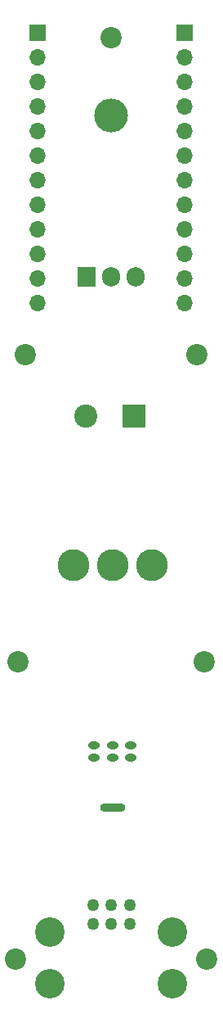
<source format=gbr>
%TF.GenerationSoftware,KiCad,Pcbnew,8.0.3*%
%TF.CreationDate,2024-06-28T16:48:33+02:00*%
%TF.ProjectId,pro micro nintendo adapter,70726f20-6d69-4637-926f-206e696e7465,rev?*%
%TF.SameCoordinates,Original*%
%TF.FileFunction,Soldermask,Top*%
%TF.FilePolarity,Negative*%
%FSLAX46Y46*%
G04 Gerber Fmt 4.6, Leading zero omitted, Abs format (unit mm)*
G04 Created by KiCad (PCBNEW 8.0.3) date 2024-06-28 16:48:33*
%MOMM*%
%LPD*%
G01*
G04 APERTURE LIST*
%ADD10C,2.200000*%
%ADD11O,2.650000X0.850000*%
%ADD12O,1.200000X0.800000*%
%ADD13R,1.700000X1.700000*%
%ADD14O,1.700000X1.700000*%
%ADD15C,3.303200*%
%ADD16R,2.400000X2.400000*%
%ADD17C,2.400000*%
%ADD18C,3.048000*%
%ADD19C,1.270000*%
%ADD20O,3.500000X3.500000*%
%ADD21R,1.905000X2.000000*%
%ADD22O,1.905000X2.000000*%
G04 APERTURE END LIST*
D10*
%TO.C,REF\u002A\u002A*%
X121920000Y-112776000D03*
%TD*%
D11*
%TO.C,U3*%
X131662000Y-127797000D03*
D12*
X133572000Y-122682000D03*
X131662000Y-122682000D03*
X129752000Y-122682000D03*
X133572000Y-121412000D03*
X131662000Y-121412000D03*
X129752000Y-121412000D03*
%TD*%
D10*
%TO.C,REF\u002A\u002A*%
X140462000Y-81026000D03*
%TD*%
D13*
%TO.C,U1*%
X123952000Y-47713400D03*
D14*
X123952000Y-50253400D03*
X123952000Y-52793400D03*
X123952000Y-55333400D03*
X123952000Y-57873400D03*
X123952000Y-60413400D03*
X123952000Y-62953400D03*
X123952000Y-65493400D03*
X123952000Y-68033400D03*
X123952000Y-70573400D03*
X123952000Y-73113400D03*
X123952000Y-75653400D03*
D13*
X139192000Y-47713400D03*
D14*
X139192000Y-50253400D03*
X139192000Y-52793400D03*
X139192000Y-55333400D03*
X139192000Y-57873400D03*
X139192000Y-60413400D03*
X139192000Y-62953400D03*
X139192000Y-65493400D03*
X139192000Y-68033400D03*
X139192000Y-70573400D03*
X139192000Y-73113400D03*
X139192000Y-75653400D03*
%TD*%
D15*
%TO.C,N64_controller1*%
X135722000Y-102762750D03*
X131658000Y-102762750D03*
X127594000Y-102762750D03*
%TD*%
D10*
%TO.C,REF\u002A\u002A*%
X131572000Y-48260000D03*
%TD*%
D16*
%TO.C,C1*%
X133869729Y-87376000D03*
D17*
X128869729Y-87376000D03*
%TD*%
D18*
%TO.C,U2*%
X137922000Y-146050000D03*
X137922000Y-140716000D03*
X125222000Y-146050000D03*
X125222000Y-140716000D03*
D19*
X129667000Y-137922000D03*
X129667000Y-139827000D03*
X131572000Y-137922000D03*
X131572000Y-139827000D03*
X133477000Y-137922000D03*
X133477000Y-139827000D03*
%TD*%
D10*
%TO.C,REF\u002A\u002A*%
X141224000Y-112776000D03*
%TD*%
%TO.C,REF\u002A\u002A*%
X121666000Y-143510000D03*
%TD*%
%TO.C,REF\u002A\u002A*%
X141478000Y-143510000D03*
%TD*%
D20*
%TO.C,3v3_regulator1*%
X131572000Y-56324000D03*
D21*
X129032000Y-72984000D03*
D22*
X131572000Y-72984000D03*
X134112000Y-72984000D03*
%TD*%
D10*
%TO.C,REF\u002A\u002A*%
X122682000Y-81026000D03*
%TD*%
M02*

</source>
